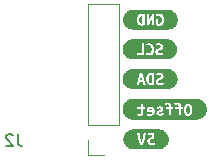
<source format=gbr>
%TF.GenerationSoftware,KiCad,Pcbnew,(6.0.7)*%
%TF.CreationDate,2022-09-05T16:04:27+02:00*%
%TF.ProjectId,autoprobe,6175746f-7072-46f6-9265-2e6b69636164,rev?*%
%TF.SameCoordinates,Original*%
%TF.FileFunction,Legend,Bot*%
%TF.FilePolarity,Positive*%
%FSLAX46Y46*%
G04 Gerber Fmt 4.6, Leading zero omitted, Abs format (unit mm)*
G04 Created by KiCad (PCBNEW (6.0.7)) date 2022-09-05 16:04:27*
%MOMM*%
%LPD*%
G01*
G04 APERTURE LIST*
%ADD10C,0.150000*%
%ADD11C,0.120000*%
G04 APERTURE END LIST*
D10*
%TO.C,J2*%
X138019524Y-99182380D02*
X138019524Y-99896666D01*
X138067143Y-100039523D01*
X138162381Y-100134761D01*
X138305238Y-100182380D01*
X138400476Y-100182380D01*
X137590952Y-99277619D02*
X137543333Y-99230000D01*
X137448095Y-99182380D01*
X137210000Y-99182380D01*
X137114762Y-99230000D01*
X137067143Y-99277619D01*
X137019524Y-99372857D01*
X137019524Y-99468095D01*
X137067143Y-99610952D01*
X137638571Y-100182380D01*
X137019524Y-100182380D01*
%TO.C,kibuzzard-63088F9B*%
G36*
X148548562Y-89149006D02*
G01*
X148577137Y-89152975D01*
X148577137Y-89813375D01*
X148559675Y-89814962D01*
X148542212Y-89814962D01*
X148430294Y-89789562D01*
X148357269Y-89719712D01*
X148317581Y-89614144D01*
X148308652Y-89550048D01*
X148305675Y-89480000D01*
X148315200Y-89356175D01*
X148348537Y-89249812D01*
X148413625Y-89175994D01*
X148519987Y-89148212D01*
X148548562Y-89149006D01*
G37*
G36*
X147693832Y-90319430D02*
G01*
X147611951Y-90307284D01*
X147531656Y-90287171D01*
X147453718Y-90259285D01*
X147378889Y-90223893D01*
X147307889Y-90181338D01*
X147241403Y-90132028D01*
X147180070Y-90076439D01*
X147124480Y-90015105D01*
X147075171Y-89948619D01*
X147032615Y-89877619D01*
X146997224Y-89802790D01*
X146969337Y-89724853D01*
X146949224Y-89644557D01*
X146937078Y-89562677D01*
X146933017Y-89480000D01*
X148107237Y-89480000D01*
X148115770Y-89606405D01*
X148141369Y-89712569D01*
X148182048Y-89799683D01*
X148235825Y-89868937D01*
X148301905Y-89921127D01*
X148379494Y-89957044D01*
X148467005Y-89977880D01*
X148562850Y-89984825D01*
X148665244Y-89979269D01*
X148707174Y-89972125D01*
X148931150Y-89972125D01*
X149088312Y-89972125D01*
X149134085Y-89863205D01*
X149182504Y-89754461D01*
X149233569Y-89645894D01*
X149287279Y-89537326D01*
X149343635Y-89428583D01*
X149402637Y-89319662D01*
X149402637Y-89972125D01*
X149578850Y-89972125D01*
X149578850Y-89038675D01*
X149709025Y-89038675D01*
X149759825Y-89194250D01*
X149845550Y-89154562D01*
X149950325Y-89137100D01*
X150067800Y-89162500D01*
X150146381Y-89233144D01*
X150190831Y-89341094D01*
X150200952Y-89407173D01*
X150204325Y-89480000D01*
X150198151Y-89587156D01*
X150179631Y-89673675D01*
X150148762Y-89739556D01*
X150080103Y-89802064D01*
X149985250Y-89822900D01*
X149947150Y-89821312D01*
X149909050Y-89816550D01*
X149909050Y-89457775D01*
X149713787Y-89457775D01*
X149713787Y-89948312D01*
X149822531Y-89976887D01*
X149904089Y-89988794D01*
X150001125Y-89992762D01*
X150088636Y-89984627D01*
X150167019Y-89960219D01*
X150235480Y-89919737D01*
X150293225Y-89863381D01*
X150339659Y-89791150D01*
X150374187Y-89703044D01*
X150395619Y-89599261D01*
X150402762Y-89480000D01*
X150394428Y-89361930D01*
X150369425Y-89258544D01*
X150330134Y-89170239D01*
X150278937Y-89097412D01*
X150216628Y-89040461D01*
X150144000Y-88999781D01*
X150063434Y-88975373D01*
X149977312Y-88967237D01*
X149874919Y-88975969D01*
X149796337Y-88995812D01*
X149741569Y-89019625D01*
X149709025Y-89038675D01*
X149578850Y-89038675D01*
X149578850Y-88989462D01*
X149421687Y-88989462D01*
X149377237Y-89062289D01*
X149332787Y-89141069D01*
X149288933Y-89222627D01*
X149246269Y-89303787D01*
X149205787Y-89383559D01*
X149168481Y-89460950D01*
X149135342Y-89532387D01*
X149107362Y-89594300D01*
X149107362Y-88989462D01*
X148931150Y-88989462D01*
X148931150Y-89972125D01*
X148707174Y-89972125D01*
X148772400Y-89961012D01*
X148772400Y-89002162D01*
X148646987Y-88983112D01*
X148537450Y-88978350D01*
X148444780Y-88985494D01*
X148360444Y-89006925D01*
X148286427Y-89043636D01*
X148224712Y-89096619D01*
X148175302Y-89166072D01*
X148138194Y-89252194D01*
X148114977Y-89356373D01*
X148107237Y-89480000D01*
X146933017Y-89480000D01*
X146937078Y-89397323D01*
X146949224Y-89315443D01*
X146969337Y-89235147D01*
X146997224Y-89157210D01*
X147032615Y-89082381D01*
X147075171Y-89011381D01*
X147124480Y-88944895D01*
X147180070Y-88883561D01*
X147241403Y-88827972D01*
X147307889Y-88778662D01*
X147378889Y-88736107D01*
X147453718Y-88700715D01*
X147531656Y-88672829D01*
X147611951Y-88652716D01*
X147693832Y-88640570D01*
X147776508Y-88636508D01*
X150733492Y-88636508D01*
X150816168Y-88640570D01*
X150898049Y-88652716D01*
X150978344Y-88672829D01*
X151056282Y-88700715D01*
X151131111Y-88736107D01*
X151202111Y-88778662D01*
X151268597Y-88827972D01*
X151329930Y-88883561D01*
X151385520Y-88944895D01*
X151434829Y-89011381D01*
X151477385Y-89082381D01*
X151512776Y-89157210D01*
X151540663Y-89235147D01*
X151560776Y-89315443D01*
X151572922Y-89397323D01*
X151576983Y-89480000D01*
X151572922Y-89562677D01*
X151560776Y-89644557D01*
X151540663Y-89724853D01*
X151512776Y-89802790D01*
X151477385Y-89877619D01*
X151434829Y-89948619D01*
X151385520Y-90015105D01*
X151329930Y-90076439D01*
X151268597Y-90132028D01*
X151202111Y-90181338D01*
X151131111Y-90223893D01*
X151056282Y-90259285D01*
X150978344Y-90287171D01*
X150898049Y-90307284D01*
X150816168Y-90319430D01*
X150733492Y-90323492D01*
X147776508Y-90323492D01*
X147693832Y-90319430D01*
G37*
%TO.C,kibuzzard-63088BD7*%
G36*
X149341525Y-94169436D02*
G01*
X149370100Y-94173405D01*
X149370100Y-94833805D01*
X149352637Y-94835392D01*
X149335175Y-94835392D01*
X149223256Y-94809992D01*
X149150231Y-94740142D01*
X149110543Y-94634574D01*
X149101614Y-94570478D01*
X149098637Y-94500430D01*
X149108162Y-94376605D01*
X149141500Y-94270242D01*
X149206587Y-94196424D01*
X149312950Y-94168642D01*
X149341525Y-94169436D01*
G37*
G36*
X148491418Y-94305961D02*
G01*
X148516818Y-94404386D01*
X148539043Y-94502017D01*
X148558887Y-94603617D01*
X148366800Y-94603617D01*
X148385850Y-94502017D01*
X148407281Y-94404386D01*
X148432681Y-94305961D01*
X148462050Y-94200392D01*
X148491418Y-94305961D01*
G37*
G36*
X147664469Y-95339860D02*
G01*
X147582589Y-95327714D01*
X147502293Y-95307601D01*
X147424355Y-95279715D01*
X147349526Y-95244323D01*
X147278527Y-95201768D01*
X147212040Y-95152458D01*
X147150707Y-95096869D01*
X147095118Y-95035535D01*
X147063241Y-94992555D01*
X148077875Y-94992555D01*
X148287425Y-94992555D01*
X148333462Y-94765543D01*
X148595400Y-94765543D01*
X148639850Y-94992555D01*
X148843050Y-94992555D01*
X148815046Y-94878414D01*
X148786916Y-94768400D01*
X148758658Y-94662514D01*
X148730274Y-94560755D01*
X148712657Y-94500430D01*
X148900200Y-94500430D01*
X148908733Y-94626835D01*
X148934331Y-94732999D01*
X148975011Y-94820113D01*
X149028787Y-94889367D01*
X149094867Y-94941557D01*
X149172456Y-94977474D01*
X149259967Y-94998310D01*
X149355812Y-95005255D01*
X149458206Y-94999699D01*
X149565362Y-94981442D01*
X149565362Y-94724267D01*
X149714587Y-94724267D01*
X149737011Y-94846703D01*
X149804281Y-94937786D01*
X149874396Y-94979679D01*
X149965148Y-95004814D01*
X150076537Y-95013192D01*
X150186472Y-95006644D01*
X150271800Y-94986999D01*
X150381337Y-94938580D01*
X150324187Y-94779830D01*
X150221793Y-94827455D01*
X150155714Y-94844124D01*
X150076537Y-94849680D01*
X149994781Y-94839361D01*
X149943187Y-94810786D01*
X149916993Y-94769511D01*
X149909850Y-94722680D01*
X149927312Y-94668705D01*
X149971762Y-94626636D01*
X150032087Y-94593299D01*
X150098762Y-94565517D01*
X150190837Y-94529005D01*
X150277356Y-94476617D01*
X150341650Y-94398036D01*
X150367050Y-94281355D01*
X150344626Y-94158324D01*
X150277356Y-94065455D01*
X150210064Y-94022240D01*
X150127778Y-93996311D01*
X150030500Y-93987667D01*
X149945767Y-93992827D01*
X149872543Y-94008305D01*
X149759037Y-94054342D01*
X149816187Y-94205155D01*
X149904293Y-94167055D01*
X150016212Y-94151180D01*
X150102643Y-94163704D01*
X150154501Y-94201274D01*
X150171787Y-94263892D01*
X150155912Y-94313899D01*
X150115431Y-94351999D01*
X150059868Y-94381367D01*
X149998750Y-94405180D01*
X149902706Y-94444074D01*
X149810631Y-94501224D01*
X149741575Y-94590124D01*
X149721334Y-94650250D01*
X149714587Y-94724267D01*
X149565362Y-94724267D01*
X149565362Y-94022592D01*
X149439950Y-94003542D01*
X149330412Y-93998780D01*
X149237742Y-94005924D01*
X149153406Y-94027355D01*
X149079389Y-94064066D01*
X149017675Y-94117049D01*
X148968264Y-94186502D01*
X148931156Y-94272624D01*
X148907939Y-94376803D01*
X148900200Y-94500430D01*
X148712657Y-94500430D01*
X148701762Y-94463124D01*
X148666341Y-94345202D01*
X148631515Y-94230357D01*
X148597285Y-94118587D01*
X148563650Y-94009892D01*
X148350925Y-94009892D01*
X148316049Y-94119480D01*
X148281273Y-94232341D01*
X148246596Y-94348476D01*
X148212018Y-94467886D01*
X148184555Y-94566343D01*
X148157408Y-94668038D01*
X148130580Y-94772972D01*
X148104068Y-94881144D01*
X148077875Y-94992555D01*
X147063241Y-94992555D01*
X147045808Y-94969049D01*
X147003252Y-94898049D01*
X146967861Y-94823220D01*
X146939974Y-94745283D01*
X146919861Y-94664987D01*
X146907716Y-94583107D01*
X146903654Y-94500430D01*
X146907716Y-94417753D01*
X146919861Y-94335873D01*
X146939974Y-94255577D01*
X146967861Y-94177640D01*
X147003252Y-94102811D01*
X147045808Y-94031811D01*
X147095118Y-93965325D01*
X147150707Y-93903991D01*
X147212040Y-93848402D01*
X147278527Y-93799092D01*
X147349526Y-93756537D01*
X147424355Y-93721145D01*
X147502293Y-93693259D01*
X147582589Y-93673146D01*
X147664469Y-93661000D01*
X147747146Y-93656938D01*
X150712066Y-93656938D01*
X150794743Y-93661000D01*
X150876623Y-93673146D01*
X150956919Y-93693259D01*
X151034857Y-93721145D01*
X151109686Y-93756537D01*
X151180685Y-93799092D01*
X151247172Y-93848402D01*
X151308505Y-93903991D01*
X151364094Y-93965325D01*
X151413404Y-94031811D01*
X151455960Y-94102811D01*
X151491351Y-94177640D01*
X151519238Y-94255577D01*
X151539351Y-94335873D01*
X151551496Y-94417753D01*
X151555558Y-94500430D01*
X151551496Y-94583107D01*
X151539351Y-94664987D01*
X151519238Y-94745283D01*
X151491351Y-94823220D01*
X151455960Y-94898049D01*
X151413404Y-94969049D01*
X151364094Y-95035535D01*
X151308505Y-95096869D01*
X151247172Y-95152458D01*
X151180685Y-95201768D01*
X151109686Y-95244323D01*
X151034857Y-95279715D01*
X150956919Y-95307601D01*
X150876623Y-95327714D01*
X150794743Y-95339860D01*
X150712066Y-95343922D01*
X147747146Y-95343922D01*
X147664469Y-95339860D01*
G37*
D11*
%TO.C,J2*%
X143950000Y-98385000D02*
X143950000Y-88165000D01*
X143950000Y-98385000D02*
X146610000Y-98385000D01*
X143950000Y-88165000D02*
X146610000Y-88165000D01*
X146610000Y-98385000D02*
X146610000Y-88165000D01*
X143950000Y-99655000D02*
X143950000Y-100985000D01*
X143950000Y-100985000D02*
X145280000Y-100985000D01*
%TO.C,kibuzzard-63088BFC*%
G36*
X147664469Y-92829645D02*
G01*
X147582589Y-92817499D01*
X147502293Y-92797386D01*
X147424356Y-92769500D01*
X147349527Y-92734108D01*
X147278527Y-92691553D01*
X147212040Y-92642243D01*
X147150707Y-92586654D01*
X147095118Y-92525320D01*
X147063241Y-92482340D01*
X148077875Y-92482340D01*
X148695412Y-92482340D01*
X148695412Y-92434715D01*
X148857337Y-92434715D01*
X148969256Y-92481546D01*
X149045258Y-92497620D01*
X149131975Y-92502977D01*
X149259681Y-92488161D01*
X149365514Y-92443711D01*
X149449475Y-92369627D01*
X149497398Y-92295908D01*
X149529307Y-92214052D01*
X149665375Y-92214052D01*
X149687798Y-92336488D01*
X149755069Y-92427571D01*
X149825183Y-92469464D01*
X149915935Y-92494599D01*
X150027325Y-92502977D01*
X150137259Y-92496429D01*
X150222587Y-92476784D01*
X150332125Y-92428365D01*
X150274975Y-92269615D01*
X150172581Y-92317240D01*
X150106502Y-92333909D01*
X150027325Y-92339465D01*
X149945569Y-92329146D01*
X149893975Y-92300571D01*
X149867781Y-92259296D01*
X149860637Y-92212465D01*
X149878100Y-92158490D01*
X149922550Y-92116421D01*
X149982875Y-92083084D01*
X150049550Y-92055302D01*
X150141625Y-92018790D01*
X150228144Y-91966402D01*
X150292437Y-91887821D01*
X150317837Y-91771140D01*
X150295414Y-91648109D01*
X150228144Y-91555240D01*
X150160851Y-91512025D01*
X150078566Y-91486096D01*
X149981287Y-91477452D01*
X149896555Y-91482612D01*
X149823331Y-91498090D01*
X149709825Y-91544127D01*
X149766975Y-91694940D01*
X149855081Y-91656840D01*
X149967000Y-91640965D01*
X150053431Y-91653489D01*
X150105289Y-91691059D01*
X150122575Y-91753677D01*
X150106700Y-91803684D01*
X150066219Y-91841784D01*
X150010656Y-91871152D01*
X149949537Y-91894965D01*
X149853494Y-91933859D01*
X149761419Y-91991009D01*
X149692362Y-92079909D01*
X149672122Y-92140035D01*
X149665375Y-92214052D01*
X149529307Y-92214052D01*
X149531628Y-92208099D01*
X149552166Y-92106202D01*
X149559012Y-91990215D01*
X149550678Y-91874724D01*
X149525675Y-91772727D01*
X149485789Y-91684820D01*
X149432806Y-91611596D01*
X149367719Y-91553652D01*
X149291519Y-91511584D01*
X149205992Y-91485985D01*
X149112925Y-91477452D01*
X149018469Y-91486184D01*
X148944650Y-91506027D01*
X148891469Y-91529840D01*
X148858925Y-91548890D01*
X148909725Y-91704465D01*
X148997831Y-91663984D01*
X149116100Y-91647315D01*
X149205794Y-91663984D01*
X149283581Y-91719546D01*
X149339144Y-91823527D01*
X149355217Y-91896552D01*
X149360575Y-91985452D01*
X149354137Y-92088905D01*
X149334822Y-92174894D01*
X149302631Y-92243421D01*
X149226233Y-92310692D01*
X149112925Y-92333115D01*
X148986719Y-92315652D01*
X148906550Y-92280727D01*
X148857337Y-92434715D01*
X148695412Y-92434715D01*
X148695412Y-91499677D01*
X148498562Y-91499677D01*
X148498562Y-92320415D01*
X148077875Y-92320415D01*
X148077875Y-92482340D01*
X147063241Y-92482340D01*
X147045808Y-92458834D01*
X147003253Y-92387834D01*
X146967861Y-92313005D01*
X146939975Y-92235068D01*
X146919862Y-92154772D01*
X146907716Y-92072892D01*
X146903654Y-91990215D01*
X146907716Y-91907538D01*
X146919862Y-91825658D01*
X146939975Y-91745362D01*
X146967861Y-91667425D01*
X147003253Y-91592596D01*
X147045808Y-91521596D01*
X147095118Y-91455110D01*
X147150707Y-91393776D01*
X147212040Y-91338187D01*
X147278527Y-91288877D01*
X147349527Y-91246322D01*
X147424356Y-91210930D01*
X147502293Y-91183044D01*
X147582589Y-91162931D01*
X147664469Y-91150785D01*
X147747146Y-91146723D01*
X150662854Y-91146723D01*
X150745531Y-91150785D01*
X150827411Y-91162931D01*
X150907707Y-91183044D01*
X150985644Y-91210930D01*
X151060473Y-91246322D01*
X151131473Y-91288877D01*
X151197960Y-91338187D01*
X151259293Y-91393776D01*
X151314882Y-91455110D01*
X151364192Y-91521596D01*
X151406747Y-91592596D01*
X151442139Y-91667425D01*
X151470025Y-91745362D01*
X151490138Y-91825658D01*
X151502284Y-91907538D01*
X151506346Y-91990215D01*
X151502284Y-92072892D01*
X151490138Y-92154772D01*
X151470025Y-92235068D01*
X151442139Y-92313005D01*
X151406747Y-92387834D01*
X151364192Y-92458834D01*
X151314882Y-92525320D01*
X151259293Y-92586654D01*
X151197960Y-92642243D01*
X151131473Y-92691553D01*
X151060473Y-92734108D01*
X150985644Y-92769500D01*
X150907707Y-92797386D01*
X150827411Y-92817499D01*
X150745531Y-92829645D01*
X150662854Y-92833707D01*
X147747146Y-92833707D01*
X147664469Y-92829645D01*
G37*
%TO.C,kibuzzard-63088C13*%
G36*
X152527638Y-96789982D02*
G01*
X152574469Y-96863801D01*
X152596694Y-96972545D01*
X152600861Y-97036839D01*
X152602250Y-97105895D01*
X152600861Y-97175150D01*
X152596694Y-97240039D01*
X152574469Y-97348782D01*
X152527638Y-97421807D01*
X152446675Y-97448795D01*
X152366507Y-97421807D01*
X152318882Y-97347989D01*
X152296657Y-97239245D01*
X152292489Y-97174951D01*
X152291100Y-97105895D01*
X152292489Y-97036640D01*
X152296657Y-96971751D01*
X152318882Y-96863007D01*
X152365713Y-96789982D01*
X152446675Y-96762995D01*
X152527638Y-96789982D01*
G37*
G36*
X149329619Y-97009058D02*
G01*
X149375657Y-97043983D01*
X149404232Y-97094782D01*
X149417725Y-97153520D01*
X149119275Y-97153520D01*
X149127213Y-97095576D01*
X149152613Y-97045570D01*
X149197063Y-97009851D01*
X149263738Y-96996358D01*
X149329619Y-97009058D01*
G37*
G36*
X147707426Y-97945096D02*
G01*
X147620923Y-97932264D01*
X147536094Y-97911015D01*
X147453756Y-97881554D01*
X147374702Y-97844165D01*
X147299693Y-97799206D01*
X147229453Y-97747112D01*
X147164656Y-97688385D01*
X147105929Y-97623588D01*
X147069306Y-97574208D01*
X148125500Y-97574208D01*
X148242182Y-97605958D01*
X148363625Y-97615483D01*
X148484275Y-97604370D01*
X148573175Y-97561508D01*
X148628738Y-97471814D01*
X148643025Y-97404940D01*
X148647788Y-97320208D01*
X148647788Y-97215433D01*
X148930363Y-97215433D01*
X148931157Y-97255120D01*
X148933538Y-97288458D01*
X149417725Y-97288458D01*
X149402644Y-97353743D01*
X149357400Y-97403551D01*
X149288344Y-97435103D01*
X149201825Y-97445620D01*
X149089907Y-97432920D01*
X149000213Y-97407520D01*
X148973225Y-97574208D01*
X149081175Y-97603576D01*
X149209763Y-97615483D01*
X149300052Y-97609331D01*
X149380419Y-97590876D01*
X149450269Y-97560317D01*
X149509007Y-97517851D01*
X149556036Y-97463678D01*
X149590763Y-97397995D01*
X149592521Y-97391645D01*
X149760625Y-97391645D01*
X149778088Y-97478958D01*
X149836032Y-97550395D01*
X149941600Y-97598020D01*
X150014228Y-97611117D01*
X150101938Y-97615483D01*
X150191632Y-97609926D01*
X150267038Y-97593258D01*
X150376575Y-97553570D01*
X150346413Y-97390058D01*
X150228144Y-97431333D01*
X150100350Y-97450383D01*
X149990813Y-97440064D01*
X149952713Y-97397995D01*
X149964619Y-97363070D01*
X149997957Y-97338464D01*
X150047169Y-97318620D01*
X150105113Y-97299570D01*
X150192425Y-97270201D01*
X150273388Y-97228133D01*
X150333713Y-97163839D01*
X150357525Y-97066207D01*
X150339269Y-96976514D01*
X150282119Y-96901901D01*
X150182900Y-96851101D01*
X150116622Y-96837409D01*
X150038438Y-96832845D01*
X149967992Y-96835623D01*
X149902707Y-96843957D01*
X149793963Y-96875707D01*
X149824125Y-97040808D01*
X149908263Y-97014614D01*
X150036850Y-96996358D01*
X150137657Y-97014614D01*
X150163850Y-97053508D01*
X150151944Y-97084464D01*
X150120194Y-97109070D01*
X150074157Y-97130501D01*
X150017800Y-97150345D01*
X149928900Y-97182095D01*
X149845557Y-97225751D01*
X149784438Y-97292426D01*
X149760625Y-97391645D01*
X149592521Y-97391645D01*
X149612194Y-97320604D01*
X149619338Y-97231307D01*
X149611797Y-97138836D01*
X149589175Y-97058270D01*
X149554250Y-96989809D01*
X149509800Y-96933651D01*
X149457016Y-96889797D01*
X149397088Y-96858245D01*
X149332794Y-96839195D01*
X149266913Y-96832845D01*
X149165666Y-96843693D01*
X149082057Y-96876237D01*
X149016088Y-96930476D01*
X148968463Y-97005530D01*
X148939888Y-97100515D01*
X148930363Y-97215433D01*
X148647788Y-97215433D01*
X148647788Y-97013820D01*
X148817650Y-97013820D01*
X148817650Y-96851895D01*
X148647788Y-96851895D01*
X148647788Y-96664570D01*
X148452525Y-96632820D01*
X148452525Y-96851895D01*
X148139788Y-96851895D01*
X148139788Y-97013820D01*
X148452525Y-97013820D01*
X148452525Y-97315445D01*
X148444588Y-97382120D01*
X148422363Y-97421807D01*
X148387438Y-97440857D01*
X148341400Y-97445620D01*
X148291394Y-97444033D01*
X148246944Y-97438476D01*
X148202494Y-97426570D01*
X148152488Y-97405933D01*
X148125500Y-97574208D01*
X147069306Y-97574208D01*
X147053835Y-97553348D01*
X147008876Y-97478339D01*
X146971487Y-97399286D01*
X146942026Y-97316948D01*
X146920777Y-97232118D01*
X146907945Y-97145615D01*
X146903654Y-97058270D01*
X146907945Y-96970925D01*
X146920777Y-96884422D01*
X146942026Y-96799592D01*
X146971487Y-96717254D01*
X147008876Y-96638201D01*
X147053835Y-96563192D01*
X147066951Y-96545507D01*
X150475000Y-96545507D01*
X150508338Y-96704257D01*
X150599619Y-96678064D01*
X150703600Y-96664570D01*
X150755194Y-96669332D01*
X150798057Y-96689970D01*
X150827425Y-96735214D01*
X150838538Y-96812207D01*
X150838538Y-96851895D01*
X150532150Y-96851895D01*
X150532150Y-97013820D01*
X150838538Y-97013820D01*
X150838538Y-97598020D01*
X151035388Y-97598020D01*
X151035388Y-97013820D01*
X151198900Y-97013820D01*
X151198900Y-96851895D01*
X151035388Y-96851895D01*
X151035388Y-96809032D01*
X151028839Y-96726284D01*
X151009194Y-96659014D01*
X150938550Y-96563764D01*
X150902036Y-96545507D01*
X151268750Y-96545507D01*
X151302088Y-96704257D01*
X151393369Y-96678064D01*
X151497350Y-96664570D01*
X151548944Y-96669332D01*
X151591807Y-96689970D01*
X151621175Y-96735214D01*
X151632288Y-96812207D01*
X151632288Y-96851895D01*
X151325900Y-96851895D01*
X151325900Y-97013820D01*
X151632288Y-97013820D01*
X151632288Y-97598020D01*
X151829138Y-97598020D01*
X151829138Y-97105895D01*
X152092663Y-97105895D01*
X152098417Y-97225106D01*
X152115682Y-97328740D01*
X152144455Y-97416797D01*
X152184738Y-97489276D01*
X152254588Y-97561155D01*
X152341371Y-97604282D01*
X152445088Y-97618658D01*
X152551362Y-97604282D01*
X152639468Y-97561155D01*
X152709407Y-97489276D01*
X152749342Y-97416797D01*
X152777867Y-97328740D01*
X152794983Y-97225106D01*
X152800688Y-97105895D01*
X152794834Y-96986684D01*
X152777272Y-96883050D01*
X152748003Y-96794993D01*
X152707025Y-96722514D01*
X152636470Y-96650635D01*
X152549686Y-96607508D01*
X152446675Y-96593132D01*
X152340489Y-96607508D01*
X152252647Y-96650635D01*
X152183150Y-96722514D01*
X152143562Y-96794993D01*
X152115285Y-96883050D01*
X152098318Y-96986684D01*
X152092663Y-97105895D01*
X151829138Y-97105895D01*
X151829138Y-97013820D01*
X151992650Y-97013820D01*
X151992650Y-96851895D01*
X151829138Y-96851895D01*
X151829138Y-96809032D01*
X151822589Y-96726284D01*
X151802944Y-96659014D01*
X151732300Y-96563764D01*
X151630700Y-96512964D01*
X151513225Y-96497882D01*
X151386225Y-96508995D01*
X151268750Y-96545507D01*
X150902036Y-96545507D01*
X150836950Y-96512964D01*
X150719475Y-96497882D01*
X150592475Y-96508995D01*
X150475000Y-96545507D01*
X147066951Y-96545507D01*
X147105929Y-96492952D01*
X147164656Y-96428155D01*
X147229453Y-96369428D01*
X147299693Y-96317334D01*
X147374702Y-96272375D01*
X147453756Y-96234986D01*
X147536094Y-96205525D01*
X147620923Y-96184276D01*
X147707426Y-96171444D01*
X147794771Y-96167153D01*
X153131417Y-96167153D01*
X153218762Y-96171444D01*
X153305265Y-96184276D01*
X153390094Y-96205525D01*
X153472433Y-96234986D01*
X153551486Y-96272375D01*
X153626495Y-96317334D01*
X153696735Y-96369428D01*
X153761532Y-96428155D01*
X153820259Y-96492952D01*
X153872353Y-96563192D01*
X153917312Y-96638201D01*
X153954701Y-96717254D01*
X153984162Y-96799592D01*
X154005411Y-96884422D01*
X154018243Y-96970925D01*
X154022534Y-97058270D01*
X154018243Y-97145615D01*
X154005411Y-97232118D01*
X153984162Y-97316948D01*
X153954701Y-97399286D01*
X153917312Y-97478339D01*
X153872353Y-97553348D01*
X153820259Y-97623588D01*
X153761532Y-97688385D01*
X153696735Y-97747112D01*
X153626495Y-97799206D01*
X153551486Y-97844165D01*
X153472433Y-97881554D01*
X153390094Y-97911015D01*
X153305265Y-97932264D01*
X153218762Y-97945096D01*
X153131417Y-97949387D01*
X147794771Y-97949387D01*
X147707426Y-97945096D01*
G37*
%TO.C,kibuzzard-63088C22*%
G36*
X147711240Y-100433371D02*
G01*
X147630438Y-100421385D01*
X147551200Y-100401537D01*
X147474289Y-100374018D01*
X147400446Y-100339093D01*
X147330382Y-100297098D01*
X147264771Y-100248438D01*
X147204246Y-100193581D01*
X147149389Y-100133056D01*
X147100729Y-100067445D01*
X147058734Y-99997381D01*
X147023809Y-99923538D01*
X146996290Y-99846627D01*
X146976442Y-99767389D01*
X146964456Y-99686587D01*
X146960448Y-99605000D01*
X146964456Y-99523413D01*
X146976442Y-99442611D01*
X146996290Y-99363373D01*
X147023809Y-99286462D01*
X147058734Y-99212619D01*
X147100729Y-99142555D01*
X147129805Y-99103350D01*
X148123556Y-99103350D01*
X148144789Y-99204156D01*
X148170388Y-99316075D01*
X148200153Y-99436527D01*
X148233887Y-99562931D01*
X148258494Y-99649715D01*
X148284687Y-99737556D01*
X148312469Y-99826456D01*
X148341397Y-99914915D01*
X148371030Y-100001434D01*
X148401369Y-100086012D01*
X148602981Y-100086012D01*
X148642272Y-99969331D01*
X148683944Y-99838362D01*
X148698948Y-99789150D01*
X148982394Y-99789150D01*
X149006206Y-99915356D01*
X149079231Y-100016162D01*
X149134397Y-100054262D01*
X149201469Y-100082838D01*
X149280447Y-100100697D01*
X149371331Y-100106650D01*
X149449119Y-100101887D01*
X149525319Y-100089981D01*
X149591200Y-100073312D01*
X149636444Y-100055850D01*
X149596756Y-99893925D01*
X149507856Y-99925675D01*
X149447134Y-99936391D01*
X149372919Y-99939963D01*
X149278463Y-99927263D01*
X149219725Y-99894719D01*
X149190356Y-99849475D01*
X149182419Y-99797087D01*
X149195913Y-99721681D01*
X149249888Y-99662944D01*
X149364981Y-99624844D01*
X149451103Y-99614723D01*
X149560244Y-99611350D01*
X149545956Y-99479389D01*
X149534844Y-99350206D01*
X149526509Y-99224595D01*
X149520556Y-99103350D01*
X149018906Y-99103350D01*
X149018906Y-99265275D01*
X149357044Y-99265275D01*
X149364981Y-99371637D01*
X149372919Y-99462125D01*
X149252798Y-99478353D01*
X149154902Y-99510103D01*
X149079231Y-99557375D01*
X149025433Y-99619817D01*
X148993153Y-99697075D01*
X148982394Y-99789150D01*
X148698948Y-99789150D01*
X148711990Y-99746376D01*
X148738977Y-99654565D01*
X148764906Y-99562931D01*
X148789424Y-99473061D01*
X148812178Y-99386542D01*
X148833169Y-99303375D01*
X148859362Y-99192250D01*
X148877619Y-99103350D01*
X148671244Y-99103350D01*
X148659337Y-99185702D01*
X148642669Y-99280356D01*
X148622627Y-99382750D01*
X148600600Y-99488319D01*
X148576787Y-99594681D01*
X148551387Y-99699456D01*
X148525392Y-99798080D01*
X148499794Y-99885987D01*
X148474394Y-99799270D01*
X148448994Y-99701044D01*
X148424387Y-99596269D01*
X148401369Y-99489906D01*
X148379938Y-99384139D01*
X148360094Y-99281150D01*
X148342631Y-99185900D01*
X148328344Y-99103350D01*
X148123556Y-99103350D01*
X147129805Y-99103350D01*
X147149389Y-99076944D01*
X147204246Y-99016419D01*
X147264771Y-98961562D01*
X147330382Y-98912902D01*
X147400446Y-98870907D01*
X147474289Y-98835982D01*
X147551200Y-98808463D01*
X147630438Y-98788615D01*
X147711240Y-98776629D01*
X147792827Y-98772621D01*
X149967173Y-98772621D01*
X150048760Y-98776629D01*
X150129562Y-98788615D01*
X150208800Y-98808463D01*
X150285711Y-98835982D01*
X150359554Y-98870907D01*
X150429618Y-98912902D01*
X150495229Y-98961562D01*
X150555754Y-99016419D01*
X150610611Y-99076944D01*
X150659271Y-99142555D01*
X150701266Y-99212619D01*
X150736191Y-99286462D01*
X150763710Y-99363373D01*
X150783558Y-99442611D01*
X150795544Y-99523413D01*
X150799552Y-99605000D01*
X150795544Y-99686587D01*
X150783558Y-99767389D01*
X150763710Y-99846627D01*
X150736191Y-99923538D01*
X150701266Y-99997381D01*
X150659271Y-100067445D01*
X150610611Y-100133056D01*
X150555754Y-100193581D01*
X150495229Y-100248438D01*
X150429618Y-100297098D01*
X150359554Y-100339093D01*
X150285711Y-100374018D01*
X150208800Y-100401537D01*
X150129562Y-100421385D01*
X150048760Y-100433371D01*
X149967173Y-100437379D01*
X147792827Y-100437379D01*
X147711240Y-100433371D01*
G37*
%TD*%
M02*

</source>
